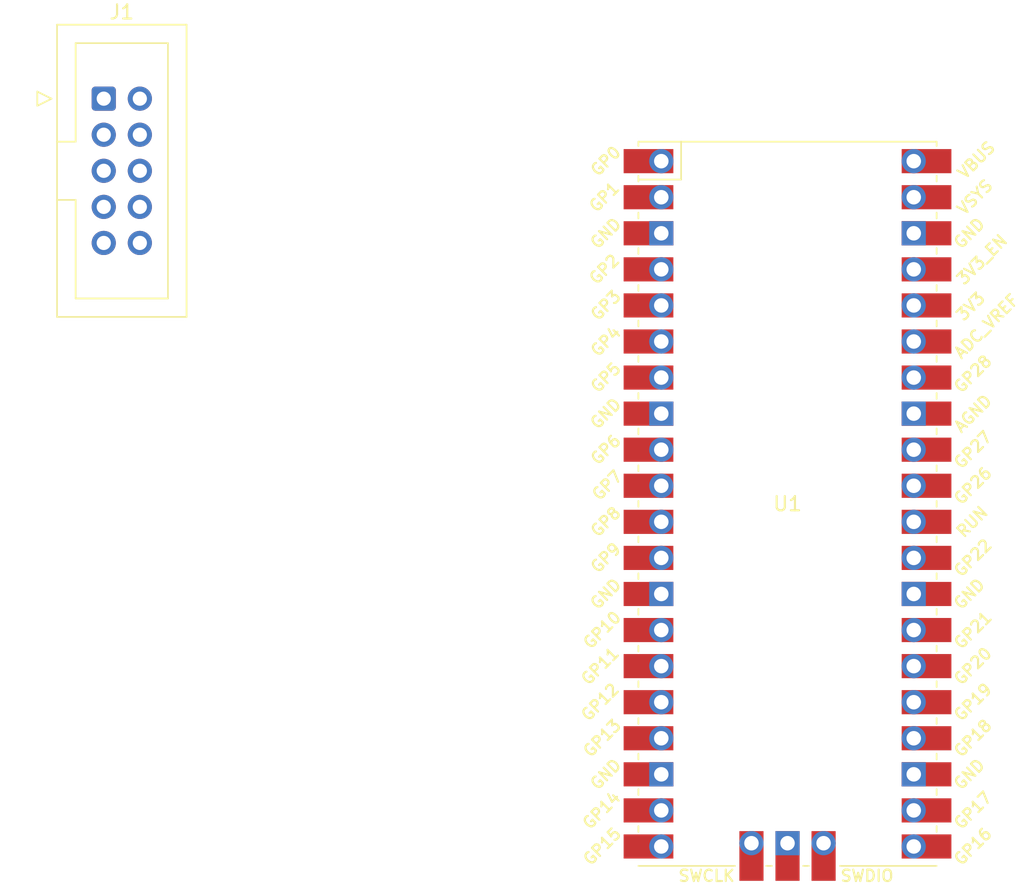
<source format=kicad_pcb>
(kicad_pcb (version 20240108) (generator "pcbnew") (generator_version "8.0")
  (layers (0 "F.Cu" signal) (31 "B.Cu" signal) (34 "B.Paste" user) (35 "F.Paste" user) (36 "B.SilkS" user "B.Silkscreen") (37 "F.SilkS" user "F.Silkscreen") (38 "B.Mask" user) (39 "F.Mask" user) (44 "Edge.Cuts" user))
  (net 0 "")
  (net 1 "/SCL")
  (net 4 "GND")
  (net 7 "+3.3V")
  (net 8 "+5V")
  (net 9 "/SDA")
  (footprint "RPi_Pico:RPi_Pico_SMD_TH" (layer "F.Cu") (at 89.11 72.87)
    (property "Reference" "U1" (at 0 0 0) (layer "F.SilkS"))
    (property "Value" "Pico")
    (fp_line (start -10.5 -25.5) (end -10.5 -25.2) (stroke (width 0.12)) (layer "F.SilkS"))
    (fp_line (start -10.5 -25.5) (end 10.5 -25.5) (stroke (width 0.12)) (layer "F.SilkS"))
    (fp_line (start -10.5 -23.1) (end -10.5 -22.7) (stroke (width 0.12)) (layer "F.SilkS"))
    (fp_line (start -10.5 -22.833) (end -7.493 -22.833) (stroke (width 0.12)) (layer "F.SilkS"))
    (fp_line (start -10.5 -20.5) (end -10.5 -20.1) (stroke (width 0.12)) (layer "F.SilkS"))
    (fp_line (start -10.5 -18) (end -10.5 -17.6) (stroke (width 0.12)) (layer "F.SilkS"))
    (fp_line (start -10.5 -15.4) (end -10.5 -15) (stroke (width 0.12)) (layer "F.SilkS"))
    (fp_line (start -10.5 -12.9) (end -10.5 -12.5) (stroke (width 0.12)) (layer "F.SilkS"))
    (fp_line (start -10.5 -10.4) (end -10.5 -10) (stroke (width 0.12)) (layer "F.SilkS"))
    (fp_line (start -10.5 -7.8) (end -10.5 -7.4) (stroke (width 0.12)) (layer "F.SilkS"))
    (fp_line (start -10.5 -5.3) (end -10.5 -4.9) (stroke (width 0.12)) (layer "F.SilkS"))
    (fp_line (start -10.5 -2.7) (end -10.5 -2.3) (stroke (width 0.12)) (layer "F.SilkS"))
    (fp_line (start -10.5 -0.2) (end -10.5 0.2) (stroke (width 0.12)) (layer "F.SilkS"))
    (fp_line (start -10.5 2.3) (end -10.5 2.7) (stroke (width 0.12)) (layer "F.SilkS"))
    (fp_line (start -10.5 4.9) (end -10.5 5.3) (stroke (width 0.12)) (layer "F.SilkS"))
    (fp_line (start -10.5 7.4) (end -10.5 7.8) (stroke (width 0.12)) (layer "F.SilkS"))
    (fp_line (start -10.5 10) (end -10.5 10.4) (stroke (width 0.12)) (layer "F.SilkS"))
    (fp_line (start -10.5 12.5) (end -10.5 12.9) (stroke (width 0.12)) (layer "F.SilkS"))
    (fp_line (start -10.5 15.1) (end -10.5 15.5) (stroke (width 0.12)) (layer "F.SilkS"))
    (fp_line (start -10.5 17.6) (end -10.5 18) (stroke (width 0.12)) (layer "F.SilkS"))
    (fp_line (start -10.5 20.1) (end -10.5 20.5) (stroke (width 0.12)) (layer "F.SilkS"))
    (fp_line (start -10.5 22.7) (end -10.5 23.1) (stroke (width 0.12)) (layer "F.SilkS"))
    (fp_line (start -7.493 -22.833) (end -7.493 -25.5) (stroke (width 0.12)) (layer "F.SilkS"))
    (fp_line (start -3.7 25.5) (end -10.5 25.5) (stroke (width 0.12)) (layer "F.SilkS"))
    (fp_line (start -1.5 25.5) (end -1.1 25.5) (stroke (width 0.12)) (layer "F.SilkS"))
    (fp_line (start 1.1 25.5) (end 1.5 25.5) (stroke (width 0.12)) (layer "F.SilkS"))
    (fp_line (start 10.5 -25.5) (end 10.5 -25.2) (stroke (width 0.12)) (layer "F.SilkS"))
    (fp_line (start 10.5 -23.1) (end 10.5 -22.7) (stroke (width 0.12)) (layer "F.SilkS"))
    (fp_line (start 10.5 -20.5) (end 10.5 -20.1) (stroke (width 0.12)) (layer "F.SilkS"))
    (fp_line (start 10.5 -18) (end 10.5 -17.6) (stroke (width 0.12)) (layer "F.SilkS"))
    (fp_line (start 10.5 -15.4) (end 10.5 -15) (stroke (width 0.12)) (layer "F.SilkS"))
    (fp_line (start 10.5 -12.9) (end 10.5 -12.5) (stroke (width 0.12)) (layer "F.SilkS"))
    (fp_line (start 10.5 -10.4) (end 10.5 -10) (stroke (width 0.12)) (layer "F.SilkS"))
    (fp_line (start 10.5 -7.8) (end 10.5 -7.4) (stroke (width 0.12)) (layer "F.SilkS"))
    (fp_line (start 10.5 -5.3) (end 10.5 -4.9) (stroke (width 0.12)) (layer "F.SilkS"))
    (fp_line (start 10.5 -2.7) (end 10.5 -2.3) (stroke (width 0.12)) (layer "F.SilkS"))
    (fp_line (start 10.5 -0.2) (end 10.5 0.2) (stroke (width 0.12)) (layer "F.SilkS"))
    (fp_line (start 10.5 2.3) (end 10.5 2.7) (stroke (width 0.12)) (layer "F.SilkS"))
    (fp_line (start 10.5 4.9) (end 10.5 5.3) (stroke (width 0.12)) (layer "F.SilkS"))
    (fp_line (start 10.5 7.4) (end 10.5 7.8) (stroke (width 0.12)) (layer "F.SilkS"))
    (fp_line (start 10.5 10) (end 10.5 10.4) (stroke (width 0.12)) (layer "F.SilkS"))
    (fp_line (start 10.5 12.5) (end 10.5 12.9) (stroke (width 0.12)) (layer "F.SilkS"))
    (fp_line (start 10.5 15.1) (end 10.5 15.5) (stroke (width 0.12)) (layer "F.SilkS"))
    (fp_line (start 10.5 17.6) (end 10.5 18) (stroke (width 0.12)) (layer "F.SilkS"))
    (fp_line (start 10.5 20.1) (end 10.5 20.5) (stroke (width 0.12)) (layer "F.SilkS"))
    (fp_line (start 10.5 22.7) (end 10.5 23.1) (stroke (width 0.12)) (layer "F.SilkS"))
    (fp_line (start 10.5 25.5) (end 3.7 25.5) (stroke (width 0.12)) (layer "F.SilkS"))
    (fp_text user "GP20" (at 13.054 11.43 45) (layer "F.SilkS") (effects (font (size 0.8 0.8))))
    (fp_text user "GP26" (at 13.054 -1.27 45) (layer "F.SilkS") (effects (font (size 0.8 0.8))))
    (fp_text user "VBUS" (at 13.3 -24.2 45) (layer "F.SilkS") (effects (font (size 0.8 0.8))))
    (fp_text user "3V3" (at 12.9 -13.9 45) (layer "F.SilkS") (effects (font (size 0.8 0.8))))
    (fp_text user "GP14" (at -13.1 21.59 45) (layer "F.SilkS") (effects (font (size 0.8 0.8))))
    (fp_text user "GP9" (at -12.8 3.81 45) (layer "F.SilkS") (effects (font (size 0.8 0.8))))
    (fp_text user "GP4" (at -12.8 -11.43 45) (layer "F.SilkS") (effects (font (size 0.8 0.8))))
    (fp_text user "GP0" (at -12.8 -24.13 45) (layer "F.SilkS") (effects (font (size 0.8 0.8))))
    (fp_text user "GND" (at -12.8 6.35 45) (layer "F.SilkS") (effects (font (size 0.8 0.8))))
    (fp_text user "GP8" (at -12.8 1.27 45) (layer "F.SilkS") (effects (font (size 0.8 0.8))))
    (fp_text user "SWCLK" (at -5.7 26.2 0) (layer "F.SilkS") (effects (font (size 0.8 0.8))))
    (fp_text user "GP7" (at -12.7 -1.3 45) (layer "F.SilkS") (effects (font (size 0.8 0.8))))
    (fp_text user "GP22" (at 13.054 3.81 45) (layer "F.SilkS") (effects (font (size 0.8 0.8))))
    (fp_text user "GP12" (at -13.2 13.97 45) (layer "F.SilkS") (effects (font (size 0.8 0.8))))
    (fp_text user "GND" (at -12.8 19.05 45) (layer "F.SilkS") (effects (font (size 0.8 0.8))))
    (fp_text user "GP27" (at 13.054 -3.8 45) (layer "F.SilkS") (effects (font (size 0.8 0.8))))
    (fp_text user "SWDIO" (at 5.6 26.2 0) (layer "F.SilkS") (effects (font (size 0.8 0.8))))
    (fp_text user "RUN" (at 13 1.27 45) (layer "F.SilkS") (effects (font (size 0.8 0.8))))
    (fp_text user "GND" (at -12.8 -6.35 45) (layer "F.SilkS") (effects (font (size 0.8 0.8))))
    (fp_text user "GP3" (at -12.8 -13.97 45) (layer "F.SilkS") (effects (font (size 0.8 0.8))))
    (fp_text user "GP19" (at 13.054 13.97 45) (layer "F.SilkS") (effects (font (size 0.8 0.8))))
    (fp_text user "3V3_EN" (at 13.7 -17.2 45) (layer "F.SilkS") (effects (font (size 0.8 0.8))))
    (fp_text user "GP21" (at 13.054 8.9 45) (layer "F.SilkS") (effects (font (size 0.8 0.8))))
    (fp_text user "GND" (at -12.8 -19.05 45) (layer "F.SilkS") (effects (font (size 0.8 0.8))))
    (fp_text user "GP28" (at 13.054 -9.144 45) (layer "F.SilkS") (effects (font (size 0.8 0.8))))
    (fp_text user "GP15" (at -13.054 24.13 45) (layer "F.SilkS") (effects (font (size 0.8 0.8))))
    (fp_text user "AGND" (at 13.054 -6.35 45) (layer "F.SilkS") (effects (font (size 0.8 0.8))))
    (fp_text user "GP11" (at -13.2 11.43 45) (layer "F.SilkS") (effects (font (size 0.8 0.8))))
    (fp_text user "GND" (at 12.8 -19.05 45) (layer "F.SilkS") (effects (font (size 0.8 0.8))))
    (fp_text user "GP10" (at -13.054 8.89 45) (layer "F.SilkS") (effects (font (size 0.8 0.8))))
    (fp_text user "ADC_VREF" (at 14 -12.5 45) (layer "F.SilkS") (effects (font (size 0.8 0.8))))
    (fp_text user "GND" (at 12.8 6.35 45) (layer "F.SilkS") (effects (font (size 0.8 0.8))))
    (fp_text user "GP6" (at -12.8 -3.81 45) (layer "F.SilkS") (effects (font (size 0.8 0.8))))
    (fp_text user "GP1" (at -12.9 -21.6 45) (layer "F.SilkS") (effects (font (size 0.8 0.8))))
    (fp_text user "GP17" (at 13.054 21.59 45) (layer "F.SilkS") (effects (font (size 0.8 0.8))))
    (fp_text user "GP16" (at 13.054 24.13 45) (layer "F.SilkS") (effects (font (size 0.8 0.8))))
    (fp_text user "GP2" (at -12.9 -16.51 45) (layer "F.SilkS") (effects (font (size 0.8 0.8))))
    (fp_text user "VSYS" (at 13.2 -21.59 45) (layer "F.SilkS") (effects (font (size 0.8 0.8))))
    (fp_text user "GP18" (at 13.054 16.51 45) (layer "F.SilkS") (effects (font (size 0.8 0.8))))
    (fp_text user "GP5" (at -12.8 -8.89 45) (layer "F.SilkS") (effects (font (size 0.8 0.8))))
    (fp_text user "GND" (at 12.8 19.05 45) (layer "F.SilkS") (effects (font (size 0.8 0.8))))
    (fp_text user "GP13" (at -13.054 16.51 45) (layer "F.SilkS") (effects (font (size 0.8 0.8))))
    (pad "" np_thru_hole oval (at -2.725 -24) (size 1.8 1.8) (drill 1.8) (layers "*.Cu" "*.Mask"))
    (pad "" np_thru_hole oval (at -2.425 -20.97) (size 1.5 1.5) (drill 1.5) (layers "*.Cu" "*.Mask"))
    (pad "" np_thru_hole oval (at 2.425 -20.97) (size 1.5 1.5) (drill 1.5) (layers "*.Cu" "*.Mask"))
    (pad "" np_thru_hole oval (at 2.725 -24) (size 1.8 1.8) (drill 1.8) (layers "*.Cu" "*.Mask"))
    (pad "1" thru_hole oval (at -8.89 -24.13) (size 1.7 1.7) (drill 1.02) (layers "*.Cu" "*.Mask"))
    (pad "1" smd rect (at -8.89 -24.13) (size 3.5 1.7) (drill (offset -0.9 0)) (layers "F.Cu" "F.Mask"))
    (pad "2" thru_hole oval (at -8.89 -21.59) (size 1.7 1.7) (drill 1.02) (layers "*.Cu" "*.Mask"))
    (pad "2" smd rect (at -8.89 -21.59) (size 3.5 1.7) (drill (offset -0.9 0)) (layers "F.Cu" "F.Mask"))
    (pad "3" thru_hole rect (at -8.89 -19.05) (size 1.7 1.7) (drill 1.02) (layers "*.Cu" "*.Mask"))
    (pad "3" smd rect (at -8.89 -19.05) (size 3.5 1.7) (drill (offset -0.9 0)) (layers "F.Cu" "F.Mask"))
    (pad "4" thru_hole oval (at -8.89 -16.51) (size 1.7 1.7) (drill 1.02) (layers "*.Cu" "*.Mask"))
    (pad "4" smd rect (at -8.89 -16.51) (size 3.5 1.7) (drill (offset -0.9 0)) (layers "F.Cu" "F.Mask"))
    (pad "5" thru_hole oval (at -8.89 -13.97) (size 1.7 1.7) (drill 1.02) (layers "*.Cu" "*.Mask"))
    (pad "5" smd rect (at -8.89 -13.97) (size 3.5 1.7) (drill (offset -0.9 0)) (layers "F.Cu" "F.Mask"))
    (pad "6" thru_hole oval (at -8.89 -11.43) (size 1.7 1.7) (drill 1.02) (layers "*.Cu" "*.Mask"))
    (pad "6" smd rect (at -8.89 -11.43) (size 3.5 1.7) (drill (offset -0.9 0)) (layers "F.Cu" "F.Mask"))
    (pad "7" thru_hole oval (at -8.89 -8.89) (size 1.7 1.7) (drill 1.02) (layers "*.Cu" "*.Mask"))
    (pad "7" smd rect (at -8.89 -8.89) (size 3.5 1.7) (drill (offset -0.9 0)) (layers "F.Cu" "F.Mask"))
    (pad "8" thru_hole rect (at -8.89 -6.35) (size 1.7 1.7) (drill 1.02) (layers "*.Cu" "*.Mask"))
    (pad "8" smd rect (at -8.89 -6.35) (size 3.5 1.7) (drill (offset -0.9 0)) (layers "F.Cu" "F.Mask"))
    (pad "9" thru_hole oval (at -8.89 -3.81) (size 1.7 1.7) (drill 1.02) (layers "*.Cu" "*.Mask"))
    (pad "9" smd rect (at -8.89 -3.81) (size 3.5 1.7) (drill (offset -0.9 0)) (layers "F.Cu" "F.Mask"))
    (pad "10" thru_hole oval (at -8.89 -1.27) (size 1.7 1.7) (drill 1.02) (layers "*.Cu" "*.Mask"))
    (pad "10" smd rect (at -8.89 -1.27) (size 3.5 1.7) (drill (offset -0.9 0)) (layers "F.Cu" "F.Mask"))
    (pad "11" thru_hole oval (at -8.89 1.27) (size 1.7 1.7) (drill 1.02) (layers "*.Cu" "*.Mask"))
    (pad "11" smd rect (at -8.89 1.27) (size 3.5 1.7) (drill (offset -0.9 0)) (layers "F.Cu" "F.Mask"))
    (pad "12" thru_hole oval (at -8.89 3.81) (size 1.7 1.7) (drill 1.02) (layers "*.Cu" "*.Mask"))
    (pad "12" smd rect (at -8.89 3.81) (size 3.5 1.7) (drill (offset -0.9 0)) (layers "F.Cu" "F.Mask"))
    (pad "13" thru_hole rect (at -8.89 6.35) (size 1.7 1.7) (drill 1.02) (layers "*.Cu" "*.Mask"))
    (pad "13" smd rect (at -8.89 6.35) (size 3.5 1.7) (drill (offset -0.9 0)) (layers "F.Cu" "F.Mask"))
    (pad "14" thru_hole oval (at -8.89 8.89) (size 1.7 1.7) (drill 1.02) (layers "*.Cu" "*.Mask"))
    (pad "14" smd rect (at -8.89 8.89) (size 3.5 1.7) (drill (offset -0.9 0)) (layers "F.Cu" "F.Mask"))
    (pad "15" thru_hole oval (at -8.89 11.43) (size 1.7 1.7) (drill 1.02) (layers "*.Cu" "*.Mask"))
    (pad "15" smd rect (at -8.89 11.43) (size 3.5 1.7) (drill (offset -0.9 0)) (layers "F.Cu" "F.Mask"))
    (pad "16" thru_hole oval (at -8.89 13.97) (size 1.7 1.7) (drill 1.02) (layers "*.Cu" "*.Mask"))
    (pad "16" smd rect (at -8.89 13.97) (size 3.5 1.7) (drill (offset -0.9 0)) (layers "F.Cu" "F.Mask"))
    (pad "17" thru_hole oval (at -8.89 16.51) (size 1.7 1.7) (drill 1.02) (layers "*.Cu" "*.Mask"))
    (pad "17" smd rect (at -8.89 16.51) (size 3.5 1.7) (drill (offset -0.9 0)) (layers "F.Cu" "F.Mask"))
    (pad "18" thru_hole rect (at -8.89 19.05) (size 1.7 1.7) (drill 1.02) (layers "*.Cu" "*.Mask"))
    (pad "18" smd rect (at -8.89 19.05) (size 3.5 1.7) (drill (offset -0.9 0)) (layers "F.Cu" "F.Mask"))
    (pad "19" thru_hole oval (at -8.89 21.59) (size 1.7 1.7) (drill 1.02) (layers "*.Cu" "*.Mask"))
    (pad "19" smd rect (at -8.89 21.59) (size 3.5 1.7) (drill (offset -0.9 0)) (layers "F.Cu" "F.Mask"))
    (pad "20" thru_hole oval (at -8.89 24.13) (size 1.7 1.7) (drill 1.02) (layers "*.Cu" "*.Mask"))
    (pad "20" smd rect (at -8.89 24.13) (size 3.5 1.7) (drill (offset -0.9 0)) (layers "F.Cu" "F.Mask"))
    (pad "21" thru_hole oval (at 8.89 24.13) (size 1.7 1.7) (drill 1.02) (layers "*.Cu" "*.Mask"))
    (pad "21" smd rect (at 8.89 24.13) (size 3.5 1.7) (drill (offset 0.9 0)) (layers "F.Cu" "F.Mask"))
    (pad "22" thru_hole oval (at 8.89 21.59) (size 1.7 1.7) (drill 1.02) (layers "*.Cu" "*.Mask"))
    (pad "22" smd rect (at 8.89 21.59) (size 3.5 1.7) (drill (offset 0.9 0)) (layers "F.Cu" "F.Mask"))
    (pad "23" thru_hole rect (at 8.89 19.05) (size 1.7 1.7) (drill 1.02) (layers "*.Cu" "*.Mask"))
    (pad "23" smd rect (at 8.89 19.05) (size 3.5 1.7) (drill (offset 0.9 0)) (layers "F.Cu" "F.Mask"))
    (pad "24" thru_hole oval (at 8.89 16.51) (size 1.7 1.7) (drill 1.02) (layers "*.Cu" "*.Mask"))
    (pad "24" smd rect (at 8.89 16.51) (size 3.5 1.7) (drill (offset 0.9 0)) (layers "F.Cu" "F.Mask"))
    (pad "25" thru_hole oval (at 8.89 13.97) (size 1.7 1.7) (drill 1.02) (layers "*.Cu" "*.Mask"))
    (pad "25" smd rect (at 8.89 13.97) (size 3.5 1.7) (drill (offset 0.9 0)) (layers "F.Cu" "F.Mask"))
    (pad "26" thru_hole oval (at 8.89 11.43) (size 1.7 1.7) (drill 1.02) (layers "*.Cu" "*.Mask"))
    (pad "26" smd rect (at 8.89 11.43) (size 3.5 1.7) (drill (offset 0.9 0)) (layers "F.Cu" "F.Mask"))
    (pad "27" thru_hole oval (at 8.89 8.89) (size 1.7 1.7) (drill 1.02) (layers "*.Cu" "*.Mask"))
    (pad "27" smd rect (at 8.89 8.89) (size 3.5 1.7) (drill (offset 0.9 0)) (layers "F.Cu" "F.Mask"))
    (pad "28" thru_hole rect (at 8.89 6.35) (size 1.7 1.7) (drill 1.02) (layers "*.Cu" "*.Mask"))
    (pad "28" smd rect (at 8.89 6.35) (size 3.5 1.7) (drill (offset 0.9 0)) (layers "F.Cu" "F.Mask"))
    (pad "29" thru_hole oval (at 8.89 3.81) (size 1.7 1.7) (drill 1.02) (layers "*.Cu" "*.Mask"))
    (pad "29" smd rect (at 8.89 3.81) (size 3.5 1.7) (drill (offset 0.9 0)) (layers "F.Cu" "F.Mask"))
    (pad "30" thru_hole oval (at 8.89 1.27) (size 1.7 1.7) (drill 1.02) (layers "*.Cu" "*.Mask"))
    (pad "30" smd rect (at 8.89 1.27) (size 3.5 1.7) (drill (offset 0.9 0)) (layers "F.Cu" "F.Mask"))
    (pad "31" thru_hole oval (at 8.89 -1.27) (size 1.7 1.7) (drill 1.02) (layers "*.Cu" "*.Mask"))
    (pad "31" smd rect (at 8.89 -1.27) (size 3.5 1.7) (drill (offset 0.9 0)) (layers "F.Cu" "F.Mask"))
    (pad "32" thru_hole oval (at 8.89 -3.81) (size 1.7 1.7) (drill 1.02) (layers "*.Cu" "*.Mask"))
    (pad "32" smd rect (at 8.89 -3.81) (size 3.5 1.7) (drill (offset 0.9 0)) (layers "F.Cu" "F.Mask"))
    (pad "33" thru_hole rect (at 8.89 -6.35) (size 1.7 1.7) (drill 1.02) (layers "*.Cu" "*.Mask"))
    (pad "33" smd rect (at 8.89 -6.35) (size 3.5 1.7) (drill (offset 0.9 0)) (layers "F.Cu" "F.Mask"))
    (pad "34" thru_hole oval (at 8.89 -8.89) (size 1.7 1.7) (drill 1.02) (layers "*.Cu" "*.Mask"))
    (pad "34" smd rect (at 8.89 -8.89) (size 3.5 1.7) (drill (offset 0.9 0)) (layers "F.Cu" "F.Mask"))
    (pad "35" thru_hole oval (at 8.89 -11.43) (size 1.7 1.7) (drill 1.02) (layers "*.Cu" "*.Mask"))
    (pad "35" smd rect (at 8.89 -11.43) (size 3.5 1.7) (drill (offset 0.9 0)) (layers "F.Cu" "F.Mask"))
    (pad "36" thru_hole oval (at 8.89 -13.97) (size 1.7 1.7) (drill 1.02) (layers "*.Cu" "*.Mask"))
    (pad "36" smd rect (at 8.89 -13.97) (size 3.5 1.7) (drill (offset 0.9 0)) (layers "F.Cu" "F.Mask"))
    (pad "37" thru_hole oval (at 8.89 -16.51) (size 1.7 1.7) (drill 1.02) (layers "*.Cu" "*.Mask"))
    (pad "37" smd rect (at 8.89 -16.51) (size 3.5 1.7) (drill (offset 0.9 0)) (layers "F.Cu" "F.Mask"))
    (pad "38" thru_hole rect (at 8.89 -19.05) (size 1.7 1.7) (drill 1.02) (layers "*.Cu" "*.Mask"))
    (pad "38" smd rect (at 8.89 -19.05) (size 3.5 1.7) (drill (offset 0.9 0)) (layers "F.Cu" "F.Mask"))
    (pad "39" thru_hole oval (at 8.89 -21.59) (size 1.7 1.7) (drill 1.02) (layers "*.Cu" "*.Mask"))
    (pad "39" smd rect (at 8.89 -21.59) (size 3.5 1.7) (drill (offset 0.9 0)) (layers "F.Cu" "F.Mask"))
    (pad "40" thru_hole oval (at 8.89 -24.13) (size 1.7 1.7) (drill 1.02) (layers "*.Cu" "*.Mask"))
    (pad "40" smd rect (at 8.89 -24.13) (size 3.5 1.7) (drill (offset 0.9 0)) (layers "F.Cu" "F.Mask"))
    (pad "41" thru_hole oval (at -2.54 23.9) (size 1.7 1.7) (drill 1.02) (layers "*.Cu" "*.Mask"))
    (pad "41" smd rect (at -2.54 23.9 90) (size 3.5 1.7) (drill (offset -0.9 0)) (layers "F.Cu" "F.Mask"))
    (pad "42" thru_hole rect (at 0 23.9) (size 1.7 1.7) (drill 1.02) (layers "*.Cu" "*.Mask"))
    (pad "42" smd rect (at 0 23.9 90) (size 3.5 1.7) (drill (offset -0.9 0)) (layers "F.Cu" "F.Mask"))
    (pad "43" thru_hole oval (at 2.54 23.9) (size 1.7 1.7) (drill 1.02) (layers "*.Cu" "*.Mask"))
    (pad "43" smd rect (at 2.54 23.9 90) (size 3.5 1.7) (drill (offset -0.9 0)) (layers "F.Cu" "F.Mask"))
  )
  (footprint "Connector_IDC:IDC-Header_2x05_P2.54mm_Vertical" (layer "F.Cu") (at 40.96 44.34)
    (property "Reference" "J1" (at 1.27 -6.1 0) (layer "F.SilkS"))
    (property "Value" "Conn_02x05_Odd_Even")
    (fp_line (start -4.68 -0.5) (end -4.68 0.5) (stroke (width 0.12)) (layer "F.SilkS"))
    (fp_line (start -4.68 0.5) (end -3.68 0) (stroke (width 0.12)) (layer "F.SilkS"))
    (fp_line (start -3.68 0) (end -4.68 -0.5) (stroke (width 0.12)) (layer "F.SilkS"))
    (fp_line (start -3.29 -5.21) (end 5.83 -5.21) (stroke (width 0.12)) (layer "F.SilkS"))
    (fp_line (start -3.29 3.03) (end -1.98 3.03) (stroke (width 0.12)) (layer "F.SilkS"))
    (fp_line (start -3.29 15.37) (end -3.29 -5.21) (stroke (width 0.12)) (layer "F.SilkS"))
    (fp_line (start -1.98 -3.91) (end 4.52 -3.91) (stroke (width 0.12)) (layer "F.SilkS"))
    (fp_line (start -1.98 3.03) (end -1.98 -3.91) (stroke (width 0.12)) (layer "F.SilkS"))
    (fp_line (start -1.98 7.13) (end -3.29 7.13) (stroke (width 0.12)) (layer "F.SilkS"))
    (fp_line (start -1.98 7.13) (end -1.98 7.13) (stroke (width 0.12)) (layer "F.SilkS"))
    (fp_line (start -1.98 14.07) (end -1.98 7.13) (stroke (width 0.12)) (layer "F.SilkS"))
    (fp_line (start 4.52 -3.91) (end 4.52 14.07) (stroke (width 0.12)) (layer "F.SilkS"))
    (fp_line (start 4.52 14.07) (end -1.98 14.07) (stroke (width 0.12)) (layer "F.SilkS"))
    (fp_line (start 5.83 -5.21) (end 5.83 15.37) (stroke (width 0.12)) (layer "F.SilkS"))
    (fp_line (start 5.83 15.37) (end -3.29 15.37) (stroke (width 0.12)) (layer "F.SilkS"))
    (pad "1" thru_hole roundrect (at 0 0) (size 1.7 1.7) (drill 1) (layers "*.Cu" "*.Mask") (roundrect_rratio 0.147059))
    (pad "2" thru_hole circle (at 2.54 0) (size 1.7 1.7) (drill 1) (layers "*.Cu" "*.Mask") (net 8 "+5V"))
    (pad "3" thru_hole circle (at 0 2.54) (size 1.7 1.7) (drill 1) (layers "*.Cu" "*.Mask"))
    (pad "4" thru_hole circle (at 2.54 2.54) (size 1.7 1.7) (drill 1) (layers "*.Cu" "*.Mask") (net 9 "/SDA"))
    (pad "5" thru_hole circle (at 0 5.08) (size 1.7 1.7) (drill 1) (layers "*.Cu" "*.Mask"))
    (pad "6" thru_hole circle (at 2.54 5.08) (size 1.7 1.7) (drill 1) (layers "*.Cu" "*.Mask") (net 1 "/SCL"))
    (pad "7" thru_hole circle (at 0 7.62) (size 1.7 1.7) (drill 1) (layers "*.Cu" "*.Mask"))
    (pad "8" thru_hole circle (at 2.54 7.62) (size 1.7 1.7) (drill 1) (layers "*.Cu" "*.Mask") (net 7 "+3.3V"))
    (pad "9" thru_hole circle (at 0 10.16) (size 1.7 1.7) (drill 1) (layers "*.Cu" "*.Mask"))
    (pad "10" thru_hole circle (at 2.54 10.16) (size 1.7 1.7) (drill 1) (layers "*.Cu" "*.Mask") (net 4 "GND"))
  )
)
</source>
